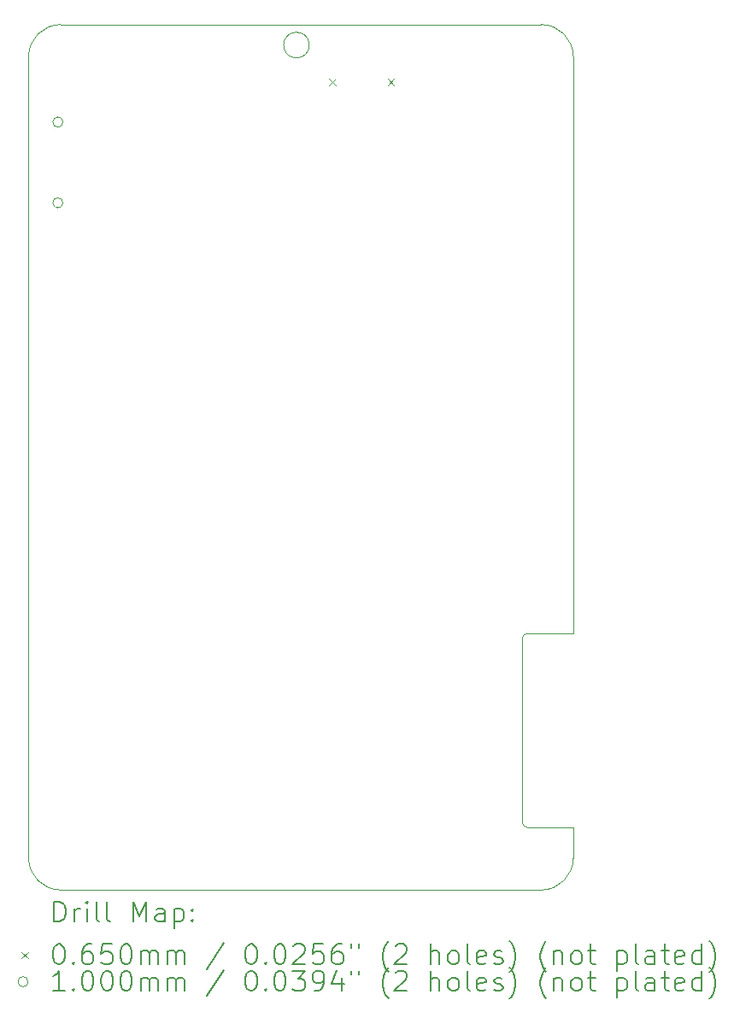
<source format=gbr>
%TF.GenerationSoftware,KiCad,Pcbnew,6.0.11-2627ca5db0~126~ubuntu20.04.1*%
%TF.CreationDate,2023-09-26T13:38:56+05:00*%
%TF.ProjectId,33NJU23,33334e4a-5532-4332-9e6b-696361645f70,rev?*%
%TF.SameCoordinates,Original*%
%TF.FileFunction,Drillmap*%
%TF.FilePolarity,Positive*%
%FSLAX45Y45*%
G04 Gerber Fmt 4.5, Leading zero omitted, Abs format (unit mm)*
G04 Created by KiCad (PCBNEW 6.0.11-2627ca5db0~126~ubuntu20.04.1) date 2023-09-26 13:38:56*
%MOMM*%
%LPD*%
G01*
G04 APERTURE LIST*
%ADD10C,0.100000*%
%ADD11C,0.050000*%
%ADD12C,0.200000*%
%ADD13C,0.065000*%
G04 APERTURE END LIST*
D10*
X3302000Y-2794000D02*
X8064500Y-2794000D01*
X2984500Y-11049000D02*
G75*
G03*
X3302000Y-11366500I317500J0D01*
G01*
X2984500Y-11049000D02*
X2984500Y-3111500D01*
X7924800Y-8826500D02*
G75*
G03*
X7874000Y-8877300I0J-50800D01*
G01*
X7874000Y-10693400D02*
G75*
G03*
X7924800Y-10744200I50800J0D01*
G01*
X8382000Y-10744200D02*
X7924800Y-10744200D01*
X7874000Y-10693400D02*
X7874000Y-8877300D01*
X8064500Y-11366500D02*
X3302000Y-11366500D01*
X3302000Y-2794000D02*
G75*
G03*
X2984500Y-3111500I0J-317500D01*
G01*
X8382000Y-3111500D02*
X8382000Y-8826500D01*
X8382000Y-10744200D02*
X8382000Y-11049000D01*
X8382000Y-3111500D02*
G75*
G03*
X8064500Y-2794000I-317500J0D01*
G01*
X7924800Y-8826500D02*
X8382000Y-8826500D01*
X8064500Y-11366500D02*
G75*
G03*
X8382000Y-11049000I0J317500D01*
G01*
D11*
X5765800Y-2997200D02*
G75*
G03*
X5765800Y-2997200I-127000J0D01*
G01*
D12*
D13*
X5965000Y-3333600D02*
X6030000Y-3398600D01*
X6030000Y-3333600D02*
X5965000Y-3398600D01*
X6543000Y-3333600D02*
X6608000Y-3398600D01*
X6608000Y-3333600D02*
X6543000Y-3398600D01*
D10*
X3324500Y-3759500D02*
G75*
G03*
X3324500Y-3759500I-50000J0D01*
G01*
X3324500Y-4559500D02*
G75*
G03*
X3324500Y-4559500I-50000J0D01*
G01*
D12*
X3237119Y-11681976D02*
X3237119Y-11481976D01*
X3284738Y-11481976D01*
X3313309Y-11491500D01*
X3332357Y-11510548D01*
X3341881Y-11529595D01*
X3351405Y-11567690D01*
X3351405Y-11596262D01*
X3341881Y-11634357D01*
X3332357Y-11653405D01*
X3313309Y-11672452D01*
X3284738Y-11681976D01*
X3237119Y-11681976D01*
X3437119Y-11681976D02*
X3437119Y-11548643D01*
X3437119Y-11586738D02*
X3446643Y-11567690D01*
X3456167Y-11558167D01*
X3475214Y-11548643D01*
X3494262Y-11548643D01*
X3560928Y-11681976D02*
X3560928Y-11548643D01*
X3560928Y-11481976D02*
X3551405Y-11491500D01*
X3560928Y-11501024D01*
X3570452Y-11491500D01*
X3560928Y-11481976D01*
X3560928Y-11501024D01*
X3684738Y-11681976D02*
X3665690Y-11672452D01*
X3656167Y-11653405D01*
X3656167Y-11481976D01*
X3789500Y-11681976D02*
X3770452Y-11672452D01*
X3760928Y-11653405D01*
X3760928Y-11481976D01*
X4018071Y-11681976D02*
X4018071Y-11481976D01*
X4084738Y-11624833D01*
X4151405Y-11481976D01*
X4151405Y-11681976D01*
X4332357Y-11681976D02*
X4332357Y-11577214D01*
X4322833Y-11558167D01*
X4303786Y-11548643D01*
X4265690Y-11548643D01*
X4246643Y-11558167D01*
X4332357Y-11672452D02*
X4313310Y-11681976D01*
X4265690Y-11681976D01*
X4246643Y-11672452D01*
X4237119Y-11653405D01*
X4237119Y-11634357D01*
X4246643Y-11615309D01*
X4265690Y-11605786D01*
X4313310Y-11605786D01*
X4332357Y-11596262D01*
X4427595Y-11548643D02*
X4427595Y-11748643D01*
X4427595Y-11558167D02*
X4446643Y-11548643D01*
X4484738Y-11548643D01*
X4503786Y-11558167D01*
X4513310Y-11567690D01*
X4522833Y-11586738D01*
X4522833Y-11643881D01*
X4513310Y-11662928D01*
X4503786Y-11672452D01*
X4484738Y-11681976D01*
X4446643Y-11681976D01*
X4427595Y-11672452D01*
X4608548Y-11662928D02*
X4618071Y-11672452D01*
X4608548Y-11681976D01*
X4599024Y-11672452D01*
X4608548Y-11662928D01*
X4608548Y-11681976D01*
X4608548Y-11558167D02*
X4618071Y-11567690D01*
X4608548Y-11577214D01*
X4599024Y-11567690D01*
X4608548Y-11558167D01*
X4608548Y-11577214D01*
D13*
X2914500Y-11979000D02*
X2979500Y-12044000D01*
X2979500Y-11979000D02*
X2914500Y-12044000D01*
D12*
X3275214Y-11901976D02*
X3294262Y-11901976D01*
X3313309Y-11911500D01*
X3322833Y-11921024D01*
X3332357Y-11940071D01*
X3341881Y-11978167D01*
X3341881Y-12025786D01*
X3332357Y-12063881D01*
X3322833Y-12082928D01*
X3313309Y-12092452D01*
X3294262Y-12101976D01*
X3275214Y-12101976D01*
X3256167Y-12092452D01*
X3246643Y-12082928D01*
X3237119Y-12063881D01*
X3227595Y-12025786D01*
X3227595Y-11978167D01*
X3237119Y-11940071D01*
X3246643Y-11921024D01*
X3256167Y-11911500D01*
X3275214Y-11901976D01*
X3427595Y-12082928D02*
X3437119Y-12092452D01*
X3427595Y-12101976D01*
X3418071Y-12092452D01*
X3427595Y-12082928D01*
X3427595Y-12101976D01*
X3608548Y-11901976D02*
X3570452Y-11901976D01*
X3551405Y-11911500D01*
X3541881Y-11921024D01*
X3522833Y-11949595D01*
X3513309Y-11987690D01*
X3513309Y-12063881D01*
X3522833Y-12082928D01*
X3532357Y-12092452D01*
X3551405Y-12101976D01*
X3589500Y-12101976D01*
X3608548Y-12092452D01*
X3618071Y-12082928D01*
X3627595Y-12063881D01*
X3627595Y-12016262D01*
X3618071Y-11997214D01*
X3608548Y-11987690D01*
X3589500Y-11978167D01*
X3551405Y-11978167D01*
X3532357Y-11987690D01*
X3522833Y-11997214D01*
X3513309Y-12016262D01*
X3808548Y-11901976D02*
X3713309Y-11901976D01*
X3703786Y-11997214D01*
X3713309Y-11987690D01*
X3732357Y-11978167D01*
X3779976Y-11978167D01*
X3799024Y-11987690D01*
X3808548Y-11997214D01*
X3818071Y-12016262D01*
X3818071Y-12063881D01*
X3808548Y-12082928D01*
X3799024Y-12092452D01*
X3779976Y-12101976D01*
X3732357Y-12101976D01*
X3713309Y-12092452D01*
X3703786Y-12082928D01*
X3941881Y-11901976D02*
X3960928Y-11901976D01*
X3979976Y-11911500D01*
X3989500Y-11921024D01*
X3999024Y-11940071D01*
X4008548Y-11978167D01*
X4008548Y-12025786D01*
X3999024Y-12063881D01*
X3989500Y-12082928D01*
X3979976Y-12092452D01*
X3960928Y-12101976D01*
X3941881Y-12101976D01*
X3922833Y-12092452D01*
X3913309Y-12082928D01*
X3903786Y-12063881D01*
X3894262Y-12025786D01*
X3894262Y-11978167D01*
X3903786Y-11940071D01*
X3913309Y-11921024D01*
X3922833Y-11911500D01*
X3941881Y-11901976D01*
X4094262Y-12101976D02*
X4094262Y-11968643D01*
X4094262Y-11987690D02*
X4103786Y-11978167D01*
X4122833Y-11968643D01*
X4151405Y-11968643D01*
X4170452Y-11978167D01*
X4179976Y-11997214D01*
X4179976Y-12101976D01*
X4179976Y-11997214D02*
X4189500Y-11978167D01*
X4208548Y-11968643D01*
X4237119Y-11968643D01*
X4256167Y-11978167D01*
X4265690Y-11997214D01*
X4265690Y-12101976D01*
X4360929Y-12101976D02*
X4360929Y-11968643D01*
X4360929Y-11987690D02*
X4370452Y-11978167D01*
X4389500Y-11968643D01*
X4418071Y-11968643D01*
X4437119Y-11978167D01*
X4446643Y-11997214D01*
X4446643Y-12101976D01*
X4446643Y-11997214D02*
X4456167Y-11978167D01*
X4475214Y-11968643D01*
X4503786Y-11968643D01*
X4522833Y-11978167D01*
X4532357Y-11997214D01*
X4532357Y-12101976D01*
X4922833Y-11892452D02*
X4751405Y-12149595D01*
X5179976Y-11901976D02*
X5199024Y-11901976D01*
X5218071Y-11911500D01*
X5227595Y-11921024D01*
X5237119Y-11940071D01*
X5246643Y-11978167D01*
X5246643Y-12025786D01*
X5237119Y-12063881D01*
X5227595Y-12082928D01*
X5218071Y-12092452D01*
X5199024Y-12101976D01*
X5179976Y-12101976D01*
X5160929Y-12092452D01*
X5151405Y-12082928D01*
X5141881Y-12063881D01*
X5132357Y-12025786D01*
X5132357Y-11978167D01*
X5141881Y-11940071D01*
X5151405Y-11921024D01*
X5160929Y-11911500D01*
X5179976Y-11901976D01*
X5332357Y-12082928D02*
X5341881Y-12092452D01*
X5332357Y-12101976D01*
X5322833Y-12092452D01*
X5332357Y-12082928D01*
X5332357Y-12101976D01*
X5465690Y-11901976D02*
X5484738Y-11901976D01*
X5503786Y-11911500D01*
X5513310Y-11921024D01*
X5522833Y-11940071D01*
X5532357Y-11978167D01*
X5532357Y-12025786D01*
X5522833Y-12063881D01*
X5513310Y-12082928D01*
X5503786Y-12092452D01*
X5484738Y-12101976D01*
X5465690Y-12101976D01*
X5446643Y-12092452D01*
X5437119Y-12082928D01*
X5427595Y-12063881D01*
X5418071Y-12025786D01*
X5418071Y-11978167D01*
X5427595Y-11940071D01*
X5437119Y-11921024D01*
X5446643Y-11911500D01*
X5465690Y-11901976D01*
X5608548Y-11921024D02*
X5618071Y-11911500D01*
X5637119Y-11901976D01*
X5684738Y-11901976D01*
X5703786Y-11911500D01*
X5713309Y-11921024D01*
X5722833Y-11940071D01*
X5722833Y-11959119D01*
X5713309Y-11987690D01*
X5599024Y-12101976D01*
X5722833Y-12101976D01*
X5903786Y-11901976D02*
X5808548Y-11901976D01*
X5799024Y-11997214D01*
X5808548Y-11987690D01*
X5827595Y-11978167D01*
X5875214Y-11978167D01*
X5894262Y-11987690D01*
X5903786Y-11997214D01*
X5913309Y-12016262D01*
X5913309Y-12063881D01*
X5903786Y-12082928D01*
X5894262Y-12092452D01*
X5875214Y-12101976D01*
X5827595Y-12101976D01*
X5808548Y-12092452D01*
X5799024Y-12082928D01*
X6084738Y-11901976D02*
X6046643Y-11901976D01*
X6027595Y-11911500D01*
X6018071Y-11921024D01*
X5999024Y-11949595D01*
X5989500Y-11987690D01*
X5989500Y-12063881D01*
X5999024Y-12082928D01*
X6008548Y-12092452D01*
X6027595Y-12101976D01*
X6065690Y-12101976D01*
X6084738Y-12092452D01*
X6094262Y-12082928D01*
X6103786Y-12063881D01*
X6103786Y-12016262D01*
X6094262Y-11997214D01*
X6084738Y-11987690D01*
X6065690Y-11978167D01*
X6027595Y-11978167D01*
X6008548Y-11987690D01*
X5999024Y-11997214D01*
X5989500Y-12016262D01*
X6179976Y-11901976D02*
X6179976Y-11940071D01*
X6256167Y-11901976D02*
X6256167Y-11940071D01*
X6551405Y-12178167D02*
X6541881Y-12168643D01*
X6522833Y-12140071D01*
X6513309Y-12121024D01*
X6503786Y-12092452D01*
X6494262Y-12044833D01*
X6494262Y-12006738D01*
X6503786Y-11959119D01*
X6513309Y-11930548D01*
X6522833Y-11911500D01*
X6541881Y-11882928D01*
X6551405Y-11873405D01*
X6618071Y-11921024D02*
X6627595Y-11911500D01*
X6646643Y-11901976D01*
X6694262Y-11901976D01*
X6713309Y-11911500D01*
X6722833Y-11921024D01*
X6732357Y-11940071D01*
X6732357Y-11959119D01*
X6722833Y-11987690D01*
X6608548Y-12101976D01*
X6732357Y-12101976D01*
X6970452Y-12101976D02*
X6970452Y-11901976D01*
X7056167Y-12101976D02*
X7056167Y-11997214D01*
X7046643Y-11978167D01*
X7027595Y-11968643D01*
X6999024Y-11968643D01*
X6979976Y-11978167D01*
X6970452Y-11987690D01*
X7179976Y-12101976D02*
X7160928Y-12092452D01*
X7151405Y-12082928D01*
X7141881Y-12063881D01*
X7141881Y-12006738D01*
X7151405Y-11987690D01*
X7160928Y-11978167D01*
X7179976Y-11968643D01*
X7208548Y-11968643D01*
X7227595Y-11978167D01*
X7237119Y-11987690D01*
X7246643Y-12006738D01*
X7246643Y-12063881D01*
X7237119Y-12082928D01*
X7227595Y-12092452D01*
X7208548Y-12101976D01*
X7179976Y-12101976D01*
X7360928Y-12101976D02*
X7341881Y-12092452D01*
X7332357Y-12073405D01*
X7332357Y-11901976D01*
X7513309Y-12092452D02*
X7494262Y-12101976D01*
X7456167Y-12101976D01*
X7437119Y-12092452D01*
X7427595Y-12073405D01*
X7427595Y-11997214D01*
X7437119Y-11978167D01*
X7456167Y-11968643D01*
X7494262Y-11968643D01*
X7513309Y-11978167D01*
X7522833Y-11997214D01*
X7522833Y-12016262D01*
X7427595Y-12035309D01*
X7599024Y-12092452D02*
X7618071Y-12101976D01*
X7656167Y-12101976D01*
X7675214Y-12092452D01*
X7684738Y-12073405D01*
X7684738Y-12063881D01*
X7675214Y-12044833D01*
X7656167Y-12035309D01*
X7627595Y-12035309D01*
X7608548Y-12025786D01*
X7599024Y-12006738D01*
X7599024Y-11997214D01*
X7608548Y-11978167D01*
X7627595Y-11968643D01*
X7656167Y-11968643D01*
X7675214Y-11978167D01*
X7751405Y-12178167D02*
X7760928Y-12168643D01*
X7779976Y-12140071D01*
X7789500Y-12121024D01*
X7799024Y-12092452D01*
X7808548Y-12044833D01*
X7808548Y-12006738D01*
X7799024Y-11959119D01*
X7789500Y-11930548D01*
X7779976Y-11911500D01*
X7760928Y-11882928D01*
X7751405Y-11873405D01*
X8113309Y-12178167D02*
X8103786Y-12168643D01*
X8084738Y-12140071D01*
X8075214Y-12121024D01*
X8065690Y-12092452D01*
X8056167Y-12044833D01*
X8056167Y-12006738D01*
X8065690Y-11959119D01*
X8075214Y-11930548D01*
X8084738Y-11911500D01*
X8103786Y-11882928D01*
X8113309Y-11873405D01*
X8189500Y-11968643D02*
X8189500Y-12101976D01*
X8189500Y-11987690D02*
X8199024Y-11978167D01*
X8218071Y-11968643D01*
X8246643Y-11968643D01*
X8265690Y-11978167D01*
X8275214Y-11997214D01*
X8275214Y-12101976D01*
X8399024Y-12101976D02*
X8379976Y-12092452D01*
X8370452Y-12082928D01*
X8360928Y-12063881D01*
X8360928Y-12006738D01*
X8370452Y-11987690D01*
X8379976Y-11978167D01*
X8399024Y-11968643D01*
X8427595Y-11968643D01*
X8446643Y-11978167D01*
X8456167Y-11987690D01*
X8465690Y-12006738D01*
X8465690Y-12063881D01*
X8456167Y-12082928D01*
X8446643Y-12092452D01*
X8427595Y-12101976D01*
X8399024Y-12101976D01*
X8522833Y-11968643D02*
X8599024Y-11968643D01*
X8551405Y-11901976D02*
X8551405Y-12073405D01*
X8560929Y-12092452D01*
X8579976Y-12101976D01*
X8599024Y-12101976D01*
X8818071Y-11968643D02*
X8818071Y-12168643D01*
X8818071Y-11978167D02*
X8837119Y-11968643D01*
X8875214Y-11968643D01*
X8894262Y-11978167D01*
X8903786Y-11987690D01*
X8913310Y-12006738D01*
X8913310Y-12063881D01*
X8903786Y-12082928D01*
X8894262Y-12092452D01*
X8875214Y-12101976D01*
X8837119Y-12101976D01*
X8818071Y-12092452D01*
X9027595Y-12101976D02*
X9008548Y-12092452D01*
X8999024Y-12073405D01*
X8999024Y-11901976D01*
X9189500Y-12101976D02*
X9189500Y-11997214D01*
X9179976Y-11978167D01*
X9160929Y-11968643D01*
X9122833Y-11968643D01*
X9103786Y-11978167D01*
X9189500Y-12092452D02*
X9170452Y-12101976D01*
X9122833Y-12101976D01*
X9103786Y-12092452D01*
X9094262Y-12073405D01*
X9094262Y-12054357D01*
X9103786Y-12035309D01*
X9122833Y-12025786D01*
X9170452Y-12025786D01*
X9189500Y-12016262D01*
X9256167Y-11968643D02*
X9332357Y-11968643D01*
X9284738Y-11901976D02*
X9284738Y-12073405D01*
X9294262Y-12092452D01*
X9313310Y-12101976D01*
X9332357Y-12101976D01*
X9475214Y-12092452D02*
X9456167Y-12101976D01*
X9418071Y-12101976D01*
X9399024Y-12092452D01*
X9389500Y-12073405D01*
X9389500Y-11997214D01*
X9399024Y-11978167D01*
X9418071Y-11968643D01*
X9456167Y-11968643D01*
X9475214Y-11978167D01*
X9484738Y-11997214D01*
X9484738Y-12016262D01*
X9389500Y-12035309D01*
X9656167Y-12101976D02*
X9656167Y-11901976D01*
X9656167Y-12092452D02*
X9637119Y-12101976D01*
X9599024Y-12101976D01*
X9579976Y-12092452D01*
X9570452Y-12082928D01*
X9560929Y-12063881D01*
X9560929Y-12006738D01*
X9570452Y-11987690D01*
X9579976Y-11978167D01*
X9599024Y-11968643D01*
X9637119Y-11968643D01*
X9656167Y-11978167D01*
X9732357Y-12178167D02*
X9741881Y-12168643D01*
X9760929Y-12140071D01*
X9770452Y-12121024D01*
X9779976Y-12092452D01*
X9789500Y-12044833D01*
X9789500Y-12006738D01*
X9779976Y-11959119D01*
X9770452Y-11930548D01*
X9760929Y-11911500D01*
X9741881Y-11882928D01*
X9732357Y-11873405D01*
D10*
X2979500Y-12275500D02*
G75*
G03*
X2979500Y-12275500I-50000J0D01*
G01*
D12*
X3341881Y-12365976D02*
X3227595Y-12365976D01*
X3284738Y-12365976D02*
X3284738Y-12165976D01*
X3265690Y-12194548D01*
X3246643Y-12213595D01*
X3227595Y-12223119D01*
X3427595Y-12346928D02*
X3437119Y-12356452D01*
X3427595Y-12365976D01*
X3418071Y-12356452D01*
X3427595Y-12346928D01*
X3427595Y-12365976D01*
X3560928Y-12165976D02*
X3579976Y-12165976D01*
X3599024Y-12175500D01*
X3608548Y-12185024D01*
X3618071Y-12204071D01*
X3627595Y-12242167D01*
X3627595Y-12289786D01*
X3618071Y-12327881D01*
X3608548Y-12346928D01*
X3599024Y-12356452D01*
X3579976Y-12365976D01*
X3560928Y-12365976D01*
X3541881Y-12356452D01*
X3532357Y-12346928D01*
X3522833Y-12327881D01*
X3513309Y-12289786D01*
X3513309Y-12242167D01*
X3522833Y-12204071D01*
X3532357Y-12185024D01*
X3541881Y-12175500D01*
X3560928Y-12165976D01*
X3751405Y-12165976D02*
X3770452Y-12165976D01*
X3789500Y-12175500D01*
X3799024Y-12185024D01*
X3808548Y-12204071D01*
X3818071Y-12242167D01*
X3818071Y-12289786D01*
X3808548Y-12327881D01*
X3799024Y-12346928D01*
X3789500Y-12356452D01*
X3770452Y-12365976D01*
X3751405Y-12365976D01*
X3732357Y-12356452D01*
X3722833Y-12346928D01*
X3713309Y-12327881D01*
X3703786Y-12289786D01*
X3703786Y-12242167D01*
X3713309Y-12204071D01*
X3722833Y-12185024D01*
X3732357Y-12175500D01*
X3751405Y-12165976D01*
X3941881Y-12165976D02*
X3960928Y-12165976D01*
X3979976Y-12175500D01*
X3989500Y-12185024D01*
X3999024Y-12204071D01*
X4008548Y-12242167D01*
X4008548Y-12289786D01*
X3999024Y-12327881D01*
X3989500Y-12346928D01*
X3979976Y-12356452D01*
X3960928Y-12365976D01*
X3941881Y-12365976D01*
X3922833Y-12356452D01*
X3913309Y-12346928D01*
X3903786Y-12327881D01*
X3894262Y-12289786D01*
X3894262Y-12242167D01*
X3903786Y-12204071D01*
X3913309Y-12185024D01*
X3922833Y-12175500D01*
X3941881Y-12165976D01*
X4094262Y-12365976D02*
X4094262Y-12232643D01*
X4094262Y-12251690D02*
X4103786Y-12242167D01*
X4122833Y-12232643D01*
X4151405Y-12232643D01*
X4170452Y-12242167D01*
X4179976Y-12261214D01*
X4179976Y-12365976D01*
X4179976Y-12261214D02*
X4189500Y-12242167D01*
X4208548Y-12232643D01*
X4237119Y-12232643D01*
X4256167Y-12242167D01*
X4265690Y-12261214D01*
X4265690Y-12365976D01*
X4360929Y-12365976D02*
X4360929Y-12232643D01*
X4360929Y-12251690D02*
X4370452Y-12242167D01*
X4389500Y-12232643D01*
X4418071Y-12232643D01*
X4437119Y-12242167D01*
X4446643Y-12261214D01*
X4446643Y-12365976D01*
X4446643Y-12261214D02*
X4456167Y-12242167D01*
X4475214Y-12232643D01*
X4503786Y-12232643D01*
X4522833Y-12242167D01*
X4532357Y-12261214D01*
X4532357Y-12365976D01*
X4922833Y-12156452D02*
X4751405Y-12413595D01*
X5179976Y-12165976D02*
X5199024Y-12165976D01*
X5218071Y-12175500D01*
X5227595Y-12185024D01*
X5237119Y-12204071D01*
X5246643Y-12242167D01*
X5246643Y-12289786D01*
X5237119Y-12327881D01*
X5227595Y-12346928D01*
X5218071Y-12356452D01*
X5199024Y-12365976D01*
X5179976Y-12365976D01*
X5160929Y-12356452D01*
X5151405Y-12346928D01*
X5141881Y-12327881D01*
X5132357Y-12289786D01*
X5132357Y-12242167D01*
X5141881Y-12204071D01*
X5151405Y-12185024D01*
X5160929Y-12175500D01*
X5179976Y-12165976D01*
X5332357Y-12346928D02*
X5341881Y-12356452D01*
X5332357Y-12365976D01*
X5322833Y-12356452D01*
X5332357Y-12346928D01*
X5332357Y-12365976D01*
X5465690Y-12165976D02*
X5484738Y-12165976D01*
X5503786Y-12175500D01*
X5513310Y-12185024D01*
X5522833Y-12204071D01*
X5532357Y-12242167D01*
X5532357Y-12289786D01*
X5522833Y-12327881D01*
X5513310Y-12346928D01*
X5503786Y-12356452D01*
X5484738Y-12365976D01*
X5465690Y-12365976D01*
X5446643Y-12356452D01*
X5437119Y-12346928D01*
X5427595Y-12327881D01*
X5418071Y-12289786D01*
X5418071Y-12242167D01*
X5427595Y-12204071D01*
X5437119Y-12185024D01*
X5446643Y-12175500D01*
X5465690Y-12165976D01*
X5599024Y-12165976D02*
X5722833Y-12165976D01*
X5656167Y-12242167D01*
X5684738Y-12242167D01*
X5703786Y-12251690D01*
X5713309Y-12261214D01*
X5722833Y-12280262D01*
X5722833Y-12327881D01*
X5713309Y-12346928D01*
X5703786Y-12356452D01*
X5684738Y-12365976D01*
X5627595Y-12365976D01*
X5608548Y-12356452D01*
X5599024Y-12346928D01*
X5818071Y-12365976D02*
X5856167Y-12365976D01*
X5875214Y-12356452D01*
X5884738Y-12346928D01*
X5903786Y-12318357D01*
X5913309Y-12280262D01*
X5913309Y-12204071D01*
X5903786Y-12185024D01*
X5894262Y-12175500D01*
X5875214Y-12165976D01*
X5837119Y-12165976D01*
X5818071Y-12175500D01*
X5808548Y-12185024D01*
X5799024Y-12204071D01*
X5799024Y-12251690D01*
X5808548Y-12270738D01*
X5818071Y-12280262D01*
X5837119Y-12289786D01*
X5875214Y-12289786D01*
X5894262Y-12280262D01*
X5903786Y-12270738D01*
X5913309Y-12251690D01*
X6084738Y-12232643D02*
X6084738Y-12365976D01*
X6037119Y-12156452D02*
X5989500Y-12299309D01*
X6113309Y-12299309D01*
X6179976Y-12165976D02*
X6179976Y-12204071D01*
X6256167Y-12165976D02*
X6256167Y-12204071D01*
X6551405Y-12442167D02*
X6541881Y-12432643D01*
X6522833Y-12404071D01*
X6513309Y-12385024D01*
X6503786Y-12356452D01*
X6494262Y-12308833D01*
X6494262Y-12270738D01*
X6503786Y-12223119D01*
X6513309Y-12194548D01*
X6522833Y-12175500D01*
X6541881Y-12146928D01*
X6551405Y-12137405D01*
X6618071Y-12185024D02*
X6627595Y-12175500D01*
X6646643Y-12165976D01*
X6694262Y-12165976D01*
X6713309Y-12175500D01*
X6722833Y-12185024D01*
X6732357Y-12204071D01*
X6732357Y-12223119D01*
X6722833Y-12251690D01*
X6608548Y-12365976D01*
X6732357Y-12365976D01*
X6970452Y-12365976D02*
X6970452Y-12165976D01*
X7056167Y-12365976D02*
X7056167Y-12261214D01*
X7046643Y-12242167D01*
X7027595Y-12232643D01*
X6999024Y-12232643D01*
X6979976Y-12242167D01*
X6970452Y-12251690D01*
X7179976Y-12365976D02*
X7160928Y-12356452D01*
X7151405Y-12346928D01*
X7141881Y-12327881D01*
X7141881Y-12270738D01*
X7151405Y-12251690D01*
X7160928Y-12242167D01*
X7179976Y-12232643D01*
X7208548Y-12232643D01*
X7227595Y-12242167D01*
X7237119Y-12251690D01*
X7246643Y-12270738D01*
X7246643Y-12327881D01*
X7237119Y-12346928D01*
X7227595Y-12356452D01*
X7208548Y-12365976D01*
X7179976Y-12365976D01*
X7360928Y-12365976D02*
X7341881Y-12356452D01*
X7332357Y-12337405D01*
X7332357Y-12165976D01*
X7513309Y-12356452D02*
X7494262Y-12365976D01*
X7456167Y-12365976D01*
X7437119Y-12356452D01*
X7427595Y-12337405D01*
X7427595Y-12261214D01*
X7437119Y-12242167D01*
X7456167Y-12232643D01*
X7494262Y-12232643D01*
X7513309Y-12242167D01*
X7522833Y-12261214D01*
X7522833Y-12280262D01*
X7427595Y-12299309D01*
X7599024Y-12356452D02*
X7618071Y-12365976D01*
X7656167Y-12365976D01*
X7675214Y-12356452D01*
X7684738Y-12337405D01*
X7684738Y-12327881D01*
X7675214Y-12308833D01*
X7656167Y-12299309D01*
X7627595Y-12299309D01*
X7608548Y-12289786D01*
X7599024Y-12270738D01*
X7599024Y-12261214D01*
X7608548Y-12242167D01*
X7627595Y-12232643D01*
X7656167Y-12232643D01*
X7675214Y-12242167D01*
X7751405Y-12442167D02*
X7760928Y-12432643D01*
X7779976Y-12404071D01*
X7789500Y-12385024D01*
X7799024Y-12356452D01*
X7808548Y-12308833D01*
X7808548Y-12270738D01*
X7799024Y-12223119D01*
X7789500Y-12194548D01*
X7779976Y-12175500D01*
X7760928Y-12146928D01*
X7751405Y-12137405D01*
X8113309Y-12442167D02*
X8103786Y-12432643D01*
X8084738Y-12404071D01*
X8075214Y-12385024D01*
X8065690Y-12356452D01*
X8056167Y-12308833D01*
X8056167Y-12270738D01*
X8065690Y-12223119D01*
X8075214Y-12194548D01*
X8084738Y-12175500D01*
X8103786Y-12146928D01*
X8113309Y-12137405D01*
X8189500Y-12232643D02*
X8189500Y-12365976D01*
X8189500Y-12251690D02*
X8199024Y-12242167D01*
X8218071Y-12232643D01*
X8246643Y-12232643D01*
X8265690Y-12242167D01*
X8275214Y-12261214D01*
X8275214Y-12365976D01*
X8399024Y-12365976D02*
X8379976Y-12356452D01*
X8370452Y-12346928D01*
X8360928Y-12327881D01*
X8360928Y-12270738D01*
X8370452Y-12251690D01*
X8379976Y-12242167D01*
X8399024Y-12232643D01*
X8427595Y-12232643D01*
X8446643Y-12242167D01*
X8456167Y-12251690D01*
X8465690Y-12270738D01*
X8465690Y-12327881D01*
X8456167Y-12346928D01*
X8446643Y-12356452D01*
X8427595Y-12365976D01*
X8399024Y-12365976D01*
X8522833Y-12232643D02*
X8599024Y-12232643D01*
X8551405Y-12165976D02*
X8551405Y-12337405D01*
X8560929Y-12356452D01*
X8579976Y-12365976D01*
X8599024Y-12365976D01*
X8818071Y-12232643D02*
X8818071Y-12432643D01*
X8818071Y-12242167D02*
X8837119Y-12232643D01*
X8875214Y-12232643D01*
X8894262Y-12242167D01*
X8903786Y-12251690D01*
X8913310Y-12270738D01*
X8913310Y-12327881D01*
X8903786Y-12346928D01*
X8894262Y-12356452D01*
X8875214Y-12365976D01*
X8837119Y-12365976D01*
X8818071Y-12356452D01*
X9027595Y-12365976D02*
X9008548Y-12356452D01*
X8999024Y-12337405D01*
X8999024Y-12165976D01*
X9189500Y-12365976D02*
X9189500Y-12261214D01*
X9179976Y-12242167D01*
X9160929Y-12232643D01*
X9122833Y-12232643D01*
X9103786Y-12242167D01*
X9189500Y-12356452D02*
X9170452Y-12365976D01*
X9122833Y-12365976D01*
X9103786Y-12356452D01*
X9094262Y-12337405D01*
X9094262Y-12318357D01*
X9103786Y-12299309D01*
X9122833Y-12289786D01*
X9170452Y-12289786D01*
X9189500Y-12280262D01*
X9256167Y-12232643D02*
X9332357Y-12232643D01*
X9284738Y-12165976D02*
X9284738Y-12337405D01*
X9294262Y-12356452D01*
X9313310Y-12365976D01*
X9332357Y-12365976D01*
X9475214Y-12356452D02*
X9456167Y-12365976D01*
X9418071Y-12365976D01*
X9399024Y-12356452D01*
X9389500Y-12337405D01*
X9389500Y-12261214D01*
X9399024Y-12242167D01*
X9418071Y-12232643D01*
X9456167Y-12232643D01*
X9475214Y-12242167D01*
X9484738Y-12261214D01*
X9484738Y-12280262D01*
X9389500Y-12299309D01*
X9656167Y-12365976D02*
X9656167Y-12165976D01*
X9656167Y-12356452D02*
X9637119Y-12365976D01*
X9599024Y-12365976D01*
X9579976Y-12356452D01*
X9570452Y-12346928D01*
X9560929Y-12327881D01*
X9560929Y-12270738D01*
X9570452Y-12251690D01*
X9579976Y-12242167D01*
X9599024Y-12232643D01*
X9637119Y-12232643D01*
X9656167Y-12242167D01*
X9732357Y-12442167D02*
X9741881Y-12432643D01*
X9760929Y-12404071D01*
X9770452Y-12385024D01*
X9779976Y-12356452D01*
X9789500Y-12308833D01*
X9789500Y-12270738D01*
X9779976Y-12223119D01*
X9770452Y-12194548D01*
X9760929Y-12175500D01*
X9741881Y-12146928D01*
X9732357Y-12137405D01*
M02*

</source>
